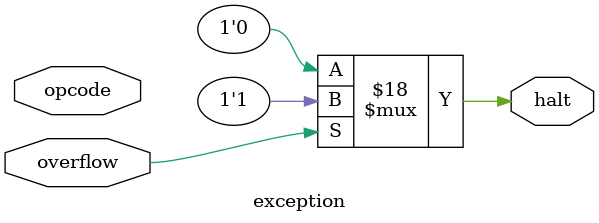
<source format=v>
module exception(opcode,overflow,halt);
	input [3:0] opcode;
	input overflow;
	output reg halt;

	always@(*) begin
		if(opcode==4'h0 || opcode==4'h4 || opcode==4'h5 || opcode==4'h6 || opcode==4'h8 || opcode==4'hB || opcode==4'hF || opcode==4'hC) begin
			halt = 0;
		end else begin
			halt = 1;
			$display("Wrong Opcode");
		end
		if(overflow) begin
			halt = 1;
			$display("Overflow");
		end else begin
			halt = 0;
		end
	end
endmodule

</source>
